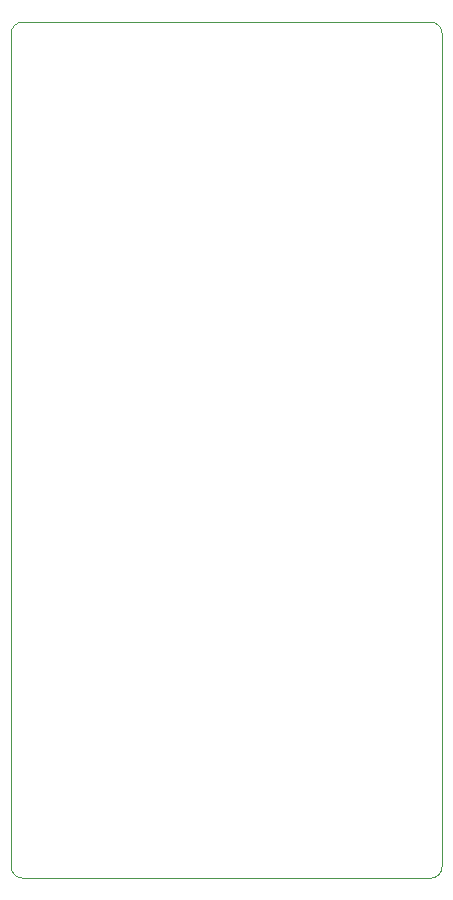
<source format=gbr>
%TF.GenerationSoftware,KiCad,Pcbnew,5.1.8*%
%TF.CreationDate,2020-12-03T18:56:26-05:00*%
%TF.ProjectId,on_air_remote,6f6e5f61-6972-45f7-9265-6d6f74652e6b,rev?*%
%TF.SameCoordinates,PX93d1cc0PY510ff40*%
%TF.FileFunction,Profile,NP*%
%FSLAX46Y46*%
G04 Gerber Fmt 4.6, Leading zero omitted, Abs format (unit mm)*
G04 Created by KiCad (PCBNEW 5.1.8) date 2020-12-03 18:56:26*
%MOMM*%
%LPD*%
G01*
G04 APERTURE LIST*
%TA.AperFunction,Profile*%
%ADD10C,0.050000*%
%TD*%
G04 APERTURE END LIST*
D10*
X-2000000Y-1000000D02*
G75*
G02*
X-1000000Y-2000000I0J-1000000D01*
G01*
X-37500000Y-2000000D02*
G75*
G02*
X-36500000Y-1000000I1000000J0D01*
G01*
X-36500000Y-73500000D02*
G75*
G02*
X-37500000Y-72500000I0J1000000D01*
G01*
X-1000000Y-72500000D02*
G75*
G02*
X-2000000Y-73500000I-1000000J0D01*
G01*
X-37500000Y-2000000D02*
X-37500000Y-72500000D01*
X-2000000Y-1000000D02*
X-36500000Y-1000000D01*
X-1000000Y-72500000D02*
X-1000000Y-2000000D01*
X-36500000Y-73500000D02*
X-2000000Y-73500000D01*
M02*

</source>
